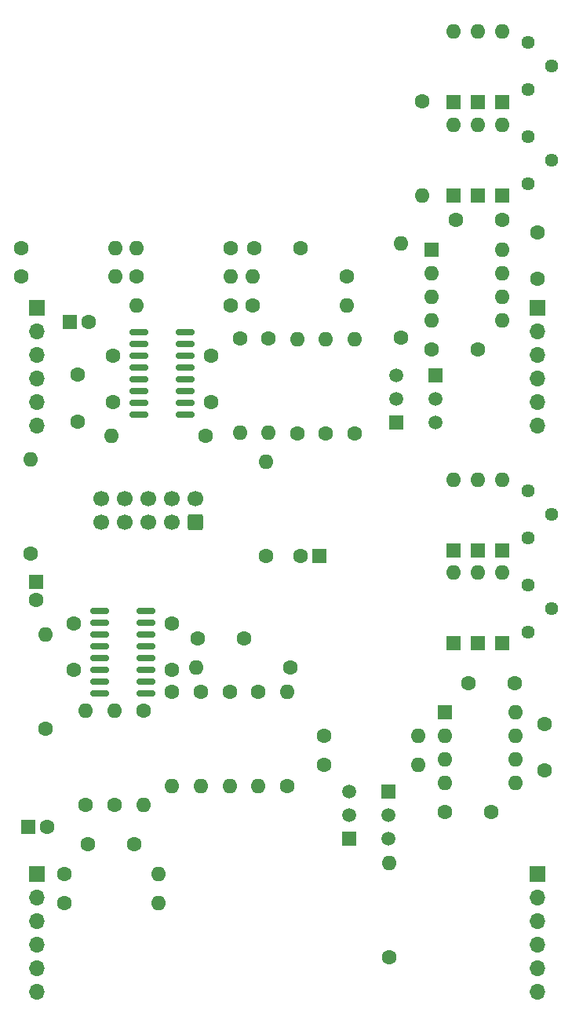
<source format=gbr>
G04 #@! TF.GenerationSoftware,KiCad,Pcbnew,(6.0.6)*
G04 #@! TF.CreationDate,2022-11-24T12:48:10+00:00*
G04 #@! TF.ProjectId,MS20-VCF,4d533230-2d56-4434-962e-6b696361645f,rev?*
G04 #@! TF.SameCoordinates,Original*
G04 #@! TF.FileFunction,Soldermask,Bot*
G04 #@! TF.FilePolarity,Negative*
%FSLAX46Y46*%
G04 Gerber Fmt 4.6, Leading zero omitted, Abs format (unit mm)*
G04 Created by KiCad (PCBNEW (6.0.6)) date 2022-11-24 12:48:10*
%MOMM*%
%LPD*%
G01*
G04 APERTURE LIST*
G04 Aperture macros list*
%AMRoundRect*
0 Rectangle with rounded corners*
0 $1 Rounding radius*
0 $2 $3 $4 $5 $6 $7 $8 $9 X,Y pos of 4 corners*
0 Add a 4 corners polygon primitive as box body*
4,1,4,$2,$3,$4,$5,$6,$7,$8,$9,$2,$3,0*
0 Add four circle primitives for the rounded corners*
1,1,$1+$1,$2,$3*
1,1,$1+$1,$4,$5*
1,1,$1+$1,$6,$7*
1,1,$1+$1,$8,$9*
0 Add four rect primitives between the rounded corners*
20,1,$1+$1,$2,$3,$4,$5,0*
20,1,$1+$1,$4,$5,$6,$7,0*
20,1,$1+$1,$6,$7,$8,$9,0*
20,1,$1+$1,$8,$9,$2,$3,0*%
G04 Aperture macros list end*
%ADD10C,1.600000*%
%ADD11R,1.600000X1.600000*%
%ADD12O,1.600000X1.600000*%
%ADD13R,1.700000X1.700000*%
%ADD14O,1.700000X1.700000*%
%ADD15R,1.500000X1.500000*%
%ADD16C,1.500000*%
%ADD17C,1.440000*%
%ADD18RoundRect,0.150000X0.825000X0.150000X-0.825000X0.150000X-0.825000X-0.150000X0.825000X-0.150000X0*%
%ADD19RoundRect,0.150000X-0.825000X-0.150000X0.825000X-0.150000X0.825000X0.150000X-0.825000X0.150000X0*%
%ADD20RoundRect,0.250000X0.600000X-0.600000X0.600000X0.600000X-0.600000X0.600000X-0.600000X-0.600000X0*%
%ADD21C,1.700000*%
G04 APERTURE END LIST*
D10*
X87000000Y-60800000D03*
X87000000Y-65800000D03*
X87800000Y-113800000D03*
X87800000Y-118800000D03*
X38500000Y-126800000D03*
X43500000Y-126800000D03*
D11*
X83200000Y-56820000D03*
D12*
X83200000Y-49200000D03*
D11*
X83200000Y-46810000D03*
D12*
X83200000Y-39190000D03*
D11*
X80600000Y-56820000D03*
D12*
X80600000Y-49200000D03*
D11*
X80600000Y-46810000D03*
D12*
X80600000Y-39190000D03*
D11*
X78000000Y-56820000D03*
D12*
X78000000Y-49200000D03*
D11*
X78000000Y-46810000D03*
D12*
X78000000Y-39190000D03*
D13*
X87000000Y-69000000D03*
D14*
X87000000Y-71540000D03*
X87000000Y-74080000D03*
X87000000Y-76620000D03*
X87000000Y-79160000D03*
X87000000Y-81700000D03*
D13*
X33000000Y-130000000D03*
D14*
X33000000Y-132540000D03*
X33000000Y-135080000D03*
X33000000Y-137620000D03*
X33000000Y-140160000D03*
X33000000Y-142700000D03*
D15*
X76040000Y-76260000D03*
D16*
X76040000Y-78800000D03*
X76040000Y-81340000D03*
D15*
X71760000Y-81340000D03*
D16*
X71760000Y-78800000D03*
X71760000Y-76260000D03*
D15*
X66700000Y-126200000D03*
D16*
X66700000Y-123660000D03*
X66700000Y-121120000D03*
D10*
X53960000Y-68700000D03*
D12*
X43800000Y-68700000D03*
D10*
X31300000Y-62500000D03*
D12*
X41460000Y-62500000D03*
D10*
X54900000Y-72300000D03*
D12*
X54900000Y-82460000D03*
D10*
X43800000Y-65600000D03*
D12*
X53960000Y-65600000D03*
D10*
X67300000Y-82480000D03*
D12*
X67300000Y-72320000D03*
D10*
X51180000Y-82800000D03*
D12*
X41020000Y-82800000D03*
D10*
X58000000Y-72300000D03*
D12*
X58000000Y-82460000D03*
D10*
X66480000Y-65600000D03*
D12*
X56320000Y-65600000D03*
D10*
X53960000Y-62500000D03*
D12*
X43800000Y-62500000D03*
D10*
X56320000Y-68700000D03*
D12*
X66480000Y-68700000D03*
D10*
X74600000Y-46720000D03*
D12*
X74600000Y-56880000D03*
D10*
X38300000Y-122560000D03*
D12*
X38300000Y-112400000D03*
D10*
X60380000Y-107700000D03*
D12*
X50220000Y-107700000D03*
D10*
X44500000Y-112400000D03*
D12*
X44500000Y-122560000D03*
D10*
X50700000Y-110400000D03*
D12*
X50700000Y-120560000D03*
D10*
X64040000Y-118200000D03*
D12*
X74200000Y-118200000D03*
D10*
X71000000Y-138960000D03*
D12*
X71000000Y-128800000D03*
D10*
X47600000Y-110400000D03*
D12*
X47600000Y-120560000D03*
D10*
X41400000Y-122560000D03*
D12*
X41400000Y-112400000D03*
D10*
X60000000Y-120560000D03*
D12*
X60000000Y-110400000D03*
D10*
X33900000Y-114380000D03*
D12*
X33900000Y-104220000D03*
D10*
X56900000Y-110400000D03*
D12*
X56900000Y-120560000D03*
D10*
X53800000Y-110400000D03*
D12*
X53800000Y-120560000D03*
D10*
X64040000Y-115100000D03*
D12*
X74200000Y-115100000D03*
D11*
X77000000Y-112600000D03*
D12*
X77000000Y-115140000D03*
X77000000Y-117680000D03*
X77000000Y-120220000D03*
X84620000Y-120220000D03*
X84620000Y-117680000D03*
X84620000Y-115140000D03*
X84620000Y-112600000D03*
D13*
X87000000Y-130000000D03*
D14*
X87000000Y-132540000D03*
X87000000Y-135080000D03*
X87000000Y-137620000D03*
X87000000Y-140160000D03*
X87000000Y-142700000D03*
D10*
X72300000Y-72180000D03*
D12*
X72300000Y-62020000D03*
D11*
X75580000Y-62680000D03*
D12*
X75580000Y-65220000D03*
X75580000Y-67760000D03*
X75580000Y-70300000D03*
X83200000Y-70300000D03*
X83200000Y-67760000D03*
X83200000Y-65220000D03*
X83200000Y-62680000D03*
D15*
X70940000Y-121160000D03*
D16*
X70940000Y-123700000D03*
X70940000Y-126240000D03*
D10*
X50400000Y-104600000D03*
X55400000Y-104600000D03*
D11*
X78000000Y-95120000D03*
D12*
X78000000Y-87500000D03*
D11*
X80600000Y-95120000D03*
D12*
X80600000Y-87500000D03*
D11*
X83200000Y-95120000D03*
D12*
X83200000Y-87500000D03*
D11*
X83200000Y-105120000D03*
D12*
X83200000Y-97500000D03*
D11*
X80600000Y-105120000D03*
D12*
X80600000Y-97500000D03*
D11*
X78000000Y-105120000D03*
D12*
X78000000Y-97500000D03*
D10*
X56500000Y-62500000D03*
X61500000Y-62500000D03*
X31300000Y-65600000D03*
D12*
X41460000Y-65600000D03*
D10*
X61100000Y-82480000D03*
D12*
X61100000Y-72320000D03*
D10*
X64200000Y-82480000D03*
D12*
X64200000Y-72320000D03*
D13*
X33000000Y-69000000D03*
D14*
X33000000Y-71540000D03*
X33000000Y-74080000D03*
X33000000Y-76620000D03*
X33000000Y-79160000D03*
X33000000Y-81700000D03*
D10*
X37400000Y-81200000D03*
X37400000Y-76200000D03*
X36000000Y-133100000D03*
D12*
X46160000Y-133100000D03*
D10*
X36000000Y-130000000D03*
D12*
X46160000Y-130000000D03*
D10*
X83180000Y-59480000D03*
X78180000Y-59480000D03*
X82000000Y-123300000D03*
X77000000Y-123300000D03*
X80580000Y-73480000D03*
X75580000Y-73480000D03*
X84600000Y-109400000D03*
X79600000Y-109400000D03*
D11*
X32900000Y-98500000D03*
D10*
X32900000Y-100500000D03*
D11*
X63500000Y-95700000D03*
D10*
X61500000Y-95700000D03*
D11*
X36600000Y-70500000D03*
D10*
X38600000Y-70500000D03*
X57700000Y-95680000D03*
D12*
X57700000Y-85520000D03*
D17*
X86000000Y-55590000D03*
X88540000Y-53050000D03*
X86000000Y-50510000D03*
X86000000Y-45440000D03*
X88540000Y-42900000D03*
X86000000Y-40360000D03*
D18*
X44775000Y-101655000D03*
X44775000Y-102925000D03*
X44775000Y-104195000D03*
X44775000Y-105465000D03*
X44775000Y-106735000D03*
X44775000Y-108005000D03*
X44775000Y-109275000D03*
X44775000Y-110545000D03*
X39825000Y-110545000D03*
X39825000Y-109275000D03*
X39825000Y-108005000D03*
X39825000Y-106735000D03*
X39825000Y-105465000D03*
X39825000Y-104195000D03*
X39825000Y-102925000D03*
X39825000Y-101655000D03*
D11*
X32100000Y-124900000D03*
D10*
X34100000Y-124900000D03*
X32300000Y-95480000D03*
D12*
X32300000Y-85320000D03*
D17*
X86000000Y-103900000D03*
X88540000Y-101360000D03*
X86000000Y-98820000D03*
X86000000Y-93790000D03*
X88540000Y-91250000D03*
X86000000Y-88710000D03*
D19*
X44025000Y-80445000D03*
X44025000Y-79175000D03*
X44025000Y-77905000D03*
X44025000Y-76635000D03*
X44025000Y-75365000D03*
X44025000Y-74095000D03*
X44025000Y-72825000D03*
X44025000Y-71555000D03*
X48975000Y-71555000D03*
X48975000Y-72825000D03*
X48975000Y-74095000D03*
X48975000Y-75365000D03*
X48975000Y-76635000D03*
X48975000Y-77905000D03*
X48975000Y-79175000D03*
X48975000Y-80445000D03*
D20*
X50080000Y-92100000D03*
D21*
X50080000Y-89560000D03*
X47540000Y-92100000D03*
X47540000Y-89560000D03*
X45000000Y-92100000D03*
X45000000Y-89560000D03*
X42460000Y-92100000D03*
X42460000Y-89560000D03*
X39920000Y-92100000D03*
X39920000Y-89560000D03*
D10*
X37000000Y-108000000D03*
X37000000Y-103000000D03*
X41200000Y-79100000D03*
X41200000Y-74100000D03*
X47600000Y-103000000D03*
X47600000Y-108000000D03*
X51800000Y-74100000D03*
X51800000Y-79100000D03*
M02*

</source>
